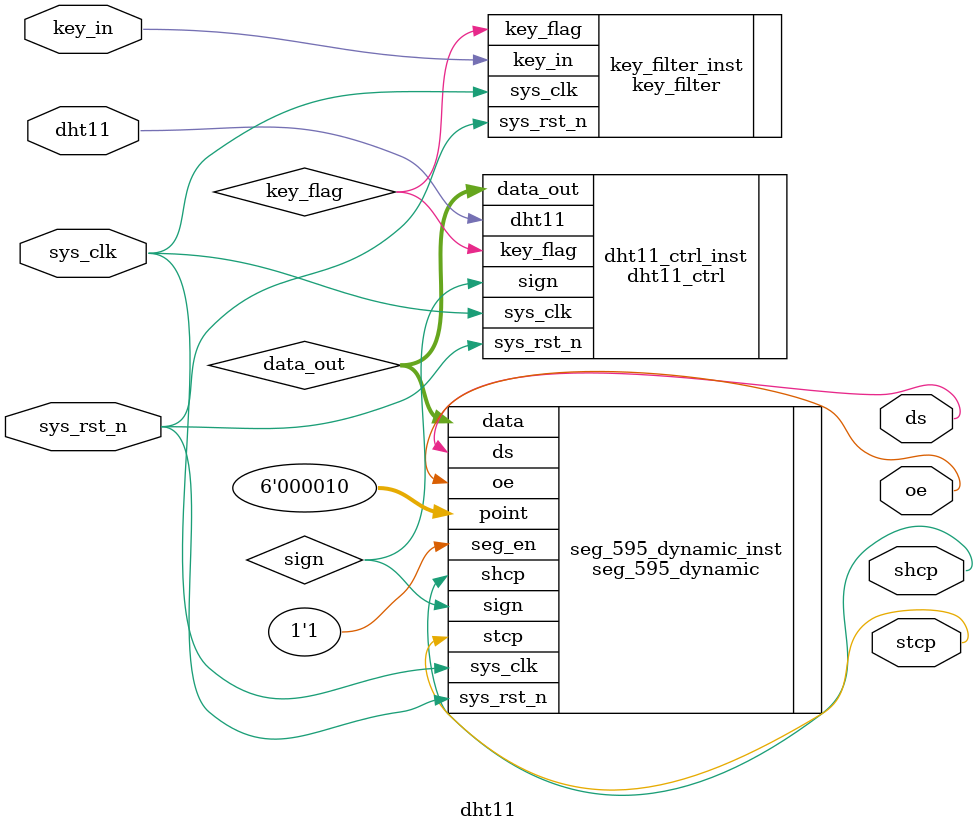
<source format=v>
`timescale  1ns/1ns

module  dht11
(
    input   wire    sys_clk     ,   //系统时钟，频率50MHz
    input   wire    sys_rst_n   ,   //复位信号，低电平有效
    input   wire    key_in      ,   //按键信号

    inout   wire    dht11       ,   //数据总线
    output  wire    stcp        ,   //输出数据存储寄时钟
    output  wire    shcp        ,   //移位寄存器的时钟输入
    output  wire    ds          ,   //串行数据输入
    output  wire    oe

    );

//********************************************************************//
//****************** Parameter and Internal Signal *******************//
//********************************************************************//

//wire  define
wire    [19:0]  data_out;   //需要显示的数据
wire            key_flag;   //按键消抖后输出信号
wire            sign    ;   //输出符号

//********************************************************************//
//***************************** Main Code ****************************//
//********************************************************************//

//-------------dht11_ctrl_inst--------------
dht11_ctrl  dht11_ctrl_inst
(
    .sys_clk     (sys_clk  ),   //系统时钟，频率50MHz
    .sys_rst_n   (sys_rst_n),   //复位信号，低电平有效
    .key_flag    (key_flag ),   //按键消抖后标志信号

    .dht11       (dht11    ),   //控制总线

    .data_out    (data_out ),   //输出显示的数据
    .sign        (sign     )    //输出符号
);

//-------------key_fifter_inst--------------
key_filter  key_filter_inst
(
    .sys_clk      (sys_clk  )   ,   //系统时钟50Mhz
    .sys_rst_n    (sys_rst_n)   ,   //全局复位
    .key_in       (key_in   )   ,   //按键输入信号

    .key_flag     (key_flag )       //按键消抖后输出信号

);

//-------------seg_595_dynamic_inst--------------
seg_595_dynamic     seg_595_dynamic_inst
(
    .sys_clk     (sys_clk  ), //系统时钟，频率50MHz
    .sys_rst_n   (sys_rst_n), //复位信号，低有效
    .data        (data_out ), //数码管要显示的值
    .point       (6'b000010), //小数点显示,高电平有效
    .seg_en      (1'b1     ), //数码管使能信号，高电平有效
    .sign        (sign     ), //符号位，高电平显示负号

    .stcp        (stcp     ), //输出数据存储寄时钟
    .shcp        (shcp     ), //移位寄存器的时钟输入
    .ds          (ds       ), //串行数据输入
    .oe          (oe       )  //输出使能信号

);

endmodule

</source>
